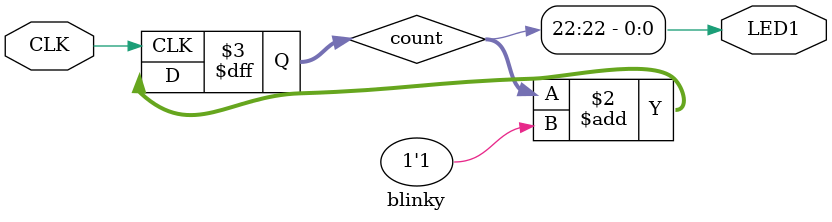
<source format=v>
module blinky (
    input  CLK,
    output LED1
);
    // Blink LED 1 on/off for 2^22 clock cycles, or ~0.35 seconds at 12 Mhz
    reg [22:0] count;

    always @(posedge CLK) begin
        count <= count + 1'b1;
    end

    assign LED1 = count[22];
endmodule

</source>
